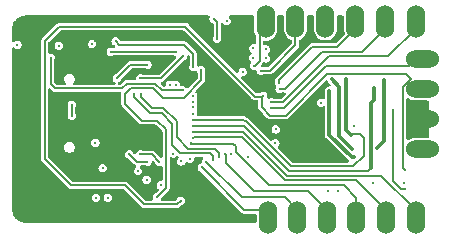
<source format=gbl>
G04 #@! TF.GenerationSoftware,KiCad,Pcbnew,8.0.2*
G04 #@! TF.CreationDate,2024-11-02T18:00:51+05:00*
G04 #@! TF.ProjectId,obsidian-boa-r0.1,6f627369-6469-4616-9e2d-626f612d7230,r0.1*
G04 #@! TF.SameCoordinates,Original*
G04 #@! TF.FileFunction,Copper,L4,Bot*
G04 #@! TF.FilePolarity,Positive*
%FSLAX46Y46*%
G04 Gerber Fmt 4.6, Leading zero omitted, Abs format (unit mm)*
G04 Created by KiCad (PCBNEW 8.0.2) date 2024-11-02 18:00:51*
%MOMM*%
%LPD*%
G01*
G04 APERTURE LIST*
G04 #@! TA.AperFunction,ComponentPad*
%ADD10C,1.524000*%
G04 #@! TD*
G04 #@! TA.AperFunction,SMDPad,CuDef*
%ADD11R,1.270000X1.524000*%
G04 #@! TD*
G04 #@! TA.AperFunction,SMDPad,CuDef*
%ADD12R,1.524000X1.270000*%
G04 #@! TD*
G04 #@! TA.AperFunction,ComponentPad*
%ADD13O,1.900000X1.000000*%
G04 #@! TD*
G04 #@! TA.AperFunction,ComponentPad*
%ADD14O,1.600000X1.000000*%
G04 #@! TD*
G04 #@! TA.AperFunction,HeatsinkPad*
%ADD15C,0.500000*%
G04 #@! TD*
G04 #@! TA.AperFunction,HeatsinkPad*
%ADD16R,0.500000X1.600000*%
G04 #@! TD*
G04 #@! TA.AperFunction,ViaPad*
%ADD17C,0.300000*%
G04 #@! TD*
G04 #@! TA.AperFunction,Conductor*
%ADD18C,0.200000*%
G04 #@! TD*
G04 #@! TA.AperFunction,Conductor*
%ADD19C,0.300000*%
G04 #@! TD*
G04 APERTURE END LIST*
D10*
X134290000Y-100000000D03*
D11*
X134925000Y-100000000D03*
D10*
X135560000Y-100000000D03*
X134290000Y-102540000D03*
D11*
X134925000Y-102540000D03*
D10*
X135560000Y-102540000D03*
X129300000Y-108991500D03*
D12*
X129300000Y-108356500D03*
D10*
X129300000Y-107721500D03*
X129200000Y-92380000D03*
D12*
X129200000Y-91745000D03*
D10*
X129200000Y-91110000D03*
X124130000Y-92380000D03*
D12*
X124130000Y-91745000D03*
D10*
X124130000Y-91110000D03*
X121600000Y-92400000D03*
D12*
X121600000Y-91765000D03*
D10*
X121600000Y-91130000D03*
X126800000Y-108970000D03*
D12*
X126800000Y-108335000D03*
D10*
X126800000Y-107700000D03*
X134300000Y-92400000D03*
D12*
X134300000Y-91765000D03*
D10*
X134300000Y-91130000D03*
X131700000Y-92400000D03*
D12*
X131700000Y-91765000D03*
D10*
X131700000Y-91130000D03*
X134300000Y-108991500D03*
D12*
X134300000Y-108356500D03*
D10*
X134300000Y-107721500D03*
X131800000Y-108991500D03*
D12*
X131800000Y-108356500D03*
D10*
X131800000Y-107721500D03*
X134290000Y-97460000D03*
D11*
X134925000Y-97460000D03*
D10*
X135560000Y-97460000D03*
X134290000Y-94920000D03*
D11*
X134925000Y-94920000D03*
D10*
X135560000Y-94920000D03*
X124300000Y-108970000D03*
D12*
X124300000Y-108335000D03*
D10*
X124300000Y-107700000D03*
X121800000Y-108970000D03*
D12*
X121800000Y-108335000D03*
D10*
X121800000Y-107700000D03*
X126670000Y-92380000D03*
D12*
X126670000Y-91745000D03*
D10*
X126670000Y-91110000D03*
D13*
X105530000Y-95180000D03*
D14*
X101350000Y-95180000D03*
D13*
X105530000Y-103820000D03*
D14*
X101350000Y-103820000D03*
D15*
X103300000Y-106950000D03*
D16*
X103300000Y-106400000D03*
D15*
X103300000Y-105850000D03*
D17*
X122900000Y-93400000D03*
X117500000Y-93200000D03*
X117200000Y-91500000D03*
X119600000Y-92800000D03*
X109900000Y-100000000D03*
X111000000Y-101100000D03*
X110000000Y-101100000D03*
X112100000Y-101200000D03*
X114300000Y-95900000D03*
X113000000Y-97000000D03*
X117700000Y-108200000D03*
X117700000Y-107400000D03*
X114900000Y-104600000D03*
X109700000Y-106800000D03*
X109000000Y-102900000D03*
X133293474Y-105413052D03*
X125400000Y-101800000D03*
X125400000Y-100800000D03*
X120800000Y-98700000D03*
X122900000Y-98100000D03*
X126300000Y-98600000D03*
X129100000Y-100600000D03*
X122463060Y-100881297D03*
X118669998Y-103000000D03*
X120135509Y-103199111D03*
X130700000Y-105400000D03*
X119669998Y-96000000D03*
X133400000Y-104300000D03*
X132400000Y-99200000D03*
X133392460Y-105945239D03*
X118300000Y-91700000D03*
X118169998Y-102950000D03*
X116600000Y-103600000D03*
X116200000Y-104100000D03*
X115280529Y-102044131D03*
X115474999Y-101581767D03*
X115470423Y-101058361D03*
X133900000Y-96600000D03*
X122100000Y-99069998D03*
X122100000Y-98569998D03*
X122791472Y-97437816D03*
X122744205Y-96919397D03*
X121200000Y-95900000D03*
X120630002Y-95500000D03*
X114425000Y-106900000D03*
X115475224Y-100558381D03*
X115474988Y-100058379D03*
X115474999Y-99558377D03*
X115474999Y-99018233D03*
X115474999Y-98518233D03*
X115474999Y-98018230D03*
X116150000Y-95865000D03*
X112400000Y-106600000D03*
X120550000Y-94800000D03*
X120550000Y-94000000D03*
X121650000Y-94100000D03*
X121604211Y-94859392D03*
X117669958Y-103185310D03*
X111025001Y-97891574D03*
X108900000Y-93400000D03*
X115500000Y-95600000D03*
X108500004Y-94300000D03*
X114000000Y-94300000D03*
X103400000Y-94800000D03*
X114600000Y-97549514D03*
X114800000Y-92200000D03*
X121398612Y-98029617D03*
X106900000Y-93650000D03*
X104100000Y-93800000D03*
X100600000Y-93700000D03*
X117149996Y-103496899D03*
X110500000Y-97850000D03*
X127700000Y-106100000D03*
X126900000Y-106100000D03*
X115202294Y-103350000D03*
X113781801Y-102918199D03*
X114453524Y-103589921D03*
X114000000Y-97100000D03*
X113500000Y-97100000D03*
X107250000Y-106650000D03*
X108250000Y-106650000D03*
X107800000Y-104150000D03*
X112730000Y-105600000D03*
X111535729Y-105133314D03*
X105200000Y-99700000D03*
X105200000Y-98799986D03*
X110800000Y-104400000D03*
X107200000Y-102000000D03*
X129109777Y-103250000D03*
X127000000Y-97600000D03*
X131644735Y-96685001D03*
X131034998Y-102444699D03*
X128411748Y-96650000D03*
X128853554Y-101346446D03*
X130800000Y-97400000D03*
X130534998Y-104134998D03*
X111005204Y-96550000D03*
X114600002Y-94700002D03*
X109000000Y-96550000D03*
X111600000Y-95400000D03*
X111600000Y-103600000D03*
X110070268Y-102977458D03*
X112600000Y-103600000D03*
X111000160Y-102970004D03*
X127190580Y-96650000D03*
X128899997Y-102500003D03*
X122430000Y-102027919D03*
D18*
X109700000Y-105600000D02*
X111300000Y-107200000D01*
X102900000Y-103400000D02*
X105100000Y-105600000D01*
X105100000Y-105600000D02*
X109700000Y-105600000D01*
X102900000Y-93400000D02*
X102900000Y-103400000D01*
X114800000Y-92200000D02*
X104100000Y-92200000D01*
X104100000Y-92200000D02*
X102900000Y-93400000D01*
X111300000Y-107200000D02*
X114125000Y-107200000D01*
X114125000Y-107200000D02*
X114425000Y-106900000D01*
X124130000Y-93770000D02*
X124130000Y-92380000D01*
X121200000Y-95900000D02*
X122000000Y-95900000D01*
X122000000Y-95900000D02*
X124130000Y-93770000D01*
X117500000Y-93200000D02*
X117500000Y-91800000D01*
X117500000Y-91800000D02*
X117200000Y-91500000D01*
X132400000Y-105252627D02*
X132400000Y-99200000D01*
X133092612Y-105945239D02*
X132400000Y-105252627D01*
X133392460Y-105945239D02*
X133092612Y-105945239D01*
X118219998Y-103000000D02*
X118169998Y-102950000D01*
X118219998Y-103719998D02*
X118219998Y-103000000D01*
X125200000Y-106100000D02*
X120600000Y-106100000D01*
X126800000Y-107700000D02*
X125200000Y-106100000D01*
X120600000Y-106100000D02*
X118219998Y-103719998D01*
X115306770Y-102070372D02*
X115280529Y-102044131D01*
X118870372Y-102070372D02*
X115306770Y-102070372D01*
X119119998Y-102319998D02*
X118870372Y-102070372D01*
X119119998Y-102819998D02*
X119119998Y-102319998D01*
X121900000Y-105600000D02*
X119119998Y-102819998D01*
X128256130Y-105600000D02*
X121900000Y-105600000D01*
X129300000Y-107721500D02*
X129300000Y-106643870D01*
X129300000Y-106643870D02*
X128256130Y-105600000D01*
X129278500Y-105200000D02*
X131800000Y-107721500D01*
X123268628Y-105200000D02*
X129278500Y-105200000D01*
X115556766Y-101500000D02*
X119568628Y-101500000D01*
X115474999Y-101581767D02*
X115556766Y-101500000D01*
X123434314Y-104800000D02*
X131378500Y-104800000D01*
X131378500Y-104800000D02*
X134300000Y-107721500D01*
X119734314Y-101100000D02*
X123434314Y-104800000D01*
X115512062Y-101100000D02*
X119734314Y-101100000D01*
X115470423Y-101058361D02*
X115512062Y-101100000D01*
X119568628Y-101500000D02*
X123268628Y-105200000D01*
X130269996Y-104400000D02*
X130534998Y-104134998D01*
X119758381Y-100558381D02*
X123600000Y-104400000D01*
X123600000Y-104400000D02*
X130269996Y-104400000D01*
X128900000Y-101300000D02*
X128853554Y-101346446D01*
X129600000Y-101300000D02*
X128900000Y-101300000D01*
X129900000Y-101600000D02*
X129600000Y-101300000D01*
X129900000Y-103100000D02*
X129900000Y-101600000D01*
X115475224Y-100558381D02*
X119758381Y-100558381D01*
X119924067Y-100158381D02*
X123765686Y-104000000D01*
X119824067Y-100158381D02*
X119924067Y-100158381D01*
X119724065Y-100058379D02*
X119824067Y-100158381D01*
X115474988Y-100058379D02*
X119724065Y-100058379D01*
X123765686Y-104000000D02*
X129000000Y-104000000D01*
X129000000Y-104000000D02*
X129900000Y-103100000D01*
X133400000Y-104300000D02*
X133228000Y-104128000D01*
X133228000Y-104128000D02*
X133228000Y-97272000D01*
X133228000Y-97272000D02*
X133900000Y-96600000D01*
D19*
X128886396Y-103250000D02*
X129109777Y-103250000D01*
X127000000Y-97600000D02*
X127000000Y-101363604D01*
X127000000Y-101363604D02*
X128886396Y-103250000D01*
X130534998Y-98634998D02*
X130534998Y-104134998D01*
X130565002Y-98634998D02*
X130534998Y-98634998D01*
X130800000Y-98400000D02*
X130565002Y-98634998D01*
X130800000Y-97400000D02*
X130800000Y-98400000D01*
X131600000Y-101879697D02*
X131034998Y-102444699D01*
X131600000Y-96729736D02*
X131600000Y-101879697D01*
X131644735Y-96685001D02*
X131600000Y-96729736D01*
X127800000Y-101400006D02*
X128899997Y-102500003D01*
X127800000Y-97259420D02*
X127800000Y-101400006D01*
X127190580Y-96650000D02*
X127800000Y-97259420D01*
X128411748Y-100904640D02*
X128853554Y-101346446D01*
X128411748Y-96650000D02*
X128411748Y-100904640D01*
D18*
X117669958Y-102877634D02*
X117669958Y-103185310D01*
X117292324Y-102500000D02*
X117669958Y-102877634D01*
X115062914Y-102500000D02*
X117292324Y-102500000D01*
X114100000Y-101537086D02*
X115062914Y-102500000D01*
X114100000Y-100200000D02*
X114100000Y-101537086D01*
X111950000Y-99050000D02*
X112950000Y-99050000D01*
X111025001Y-98125001D02*
X111950000Y-99050000D01*
X111025001Y-97891574D02*
X111025001Y-98125001D01*
X112950000Y-99050000D02*
X114100000Y-100200000D01*
X119638000Y-106638000D02*
X123238000Y-106638000D01*
X116600000Y-103600000D02*
X119638000Y-106638000D01*
X123238000Y-106638000D02*
X124300000Y-107700000D01*
X117149996Y-103149996D02*
X117149996Y-103496899D01*
X116900000Y-102900000D02*
X117149996Y-103149996D01*
X114400000Y-102900000D02*
X116900000Y-102900000D01*
X112800000Y-99500000D02*
X113700000Y-100400000D01*
X111834314Y-99500000D02*
X112800000Y-99500000D01*
X110500000Y-98165686D02*
X111834314Y-99500000D01*
X113700000Y-100400000D02*
X113700000Y-102200000D01*
X110500000Y-97850000D02*
X110500000Y-98165686D01*
X113700000Y-102200000D02*
X114400000Y-102900000D01*
X116200000Y-104100000D02*
X119800000Y-107700000D01*
X119800000Y-107700000D02*
X121800000Y-107700000D01*
X126400000Y-94300000D02*
X123262184Y-97437816D01*
X123262184Y-97437816D02*
X122791472Y-97437816D01*
X129800000Y-94300000D02*
X126400000Y-94300000D01*
X131700000Y-92400000D02*
X129800000Y-94300000D01*
X122744205Y-96687596D02*
X122744205Y-96919397D01*
X127680000Y-93900000D02*
X125531801Y-93900000D01*
X129200000Y-92380000D02*
X127680000Y-93900000D01*
X125531801Y-93900000D02*
X122744205Y-96687596D01*
X126734315Y-95500000D02*
X133710000Y-95500000D01*
X123164317Y-99069998D02*
X126734315Y-95500000D01*
X122100000Y-99069998D02*
X123164317Y-99069998D01*
X133710000Y-95500000D02*
X134290000Y-94920000D01*
X132000000Y-94700000D02*
X134300000Y-92400000D01*
X126968629Y-94700000D02*
X132000000Y-94700000D01*
X123098631Y-98569998D02*
X126968629Y-94700000D01*
X122100000Y-98569998D02*
X123098631Y-98569998D01*
X120630002Y-95500000D02*
X120700000Y-95500000D01*
X121100000Y-95100000D02*
X121100000Y-92900000D01*
X120700000Y-95500000D02*
X121100000Y-95100000D01*
X121100000Y-92900000D02*
X121600000Y-92400000D01*
X103400000Y-97000000D02*
X103400000Y-94800000D01*
X112265686Y-97000000D02*
X109834315Y-97000000D01*
X103800000Y-97400000D02*
X103400000Y-97000000D01*
X112815200Y-97549514D02*
X112265686Y-97000000D01*
X114600000Y-97549514D02*
X112815200Y-97549514D01*
X109434315Y-97400000D02*
X103800000Y-97400000D01*
X109834315Y-97000000D02*
X109434315Y-97400000D01*
X116150000Y-96706832D02*
X116150000Y-95865000D01*
X112900000Y-98200000D02*
X114656832Y-98200000D01*
X114656832Y-98200000D02*
X116150000Y-96706832D01*
X109700000Y-98700000D02*
X109700000Y-97900000D01*
X112450000Y-100150000D02*
X111150000Y-100150000D01*
X113180000Y-100880000D02*
X112450000Y-100150000D01*
X111150000Y-100150000D02*
X109700000Y-98700000D01*
X109700000Y-97900000D02*
X110200000Y-97400000D01*
X112100000Y-97400000D02*
X112900000Y-98200000D01*
X113180000Y-105820000D02*
X113180000Y-100880000D01*
X112400000Y-106600000D02*
X113180000Y-105820000D01*
X110200000Y-97400000D02*
X112100000Y-97400000D01*
X112750004Y-96550000D02*
X111005204Y-96550000D01*
X114600002Y-94700002D02*
X112750004Y-96550000D01*
X114700000Y-93700000D02*
X109200000Y-93700000D01*
X115500000Y-95600000D02*
X115500000Y-94500000D01*
X115500000Y-94500000D02*
X114700000Y-93700000D01*
X109200000Y-93700000D02*
X108900000Y-93400000D01*
X114000000Y-94300000D02*
X108500004Y-94300000D01*
X110150000Y-95400000D02*
X109000000Y-96550000D01*
X111600000Y-95400000D02*
X110150000Y-95400000D01*
X105200000Y-99700000D02*
X105200000Y-98799986D01*
X110692810Y-103600000D02*
X110070268Y-102977458D01*
X111600000Y-103600000D02*
X110692810Y-103600000D01*
X111970004Y-102970004D02*
X111000160Y-102970004D01*
X112600000Y-103600000D02*
X111970004Y-102970004D01*
X121398612Y-98029617D02*
X121328229Y-98100000D01*
X120700000Y-98100000D02*
X114800000Y-92200000D01*
X121300000Y-98128229D02*
X121398612Y-98029617D01*
X121328229Y-98100000D02*
X120700000Y-98100000D01*
X121300000Y-99000000D02*
X121300000Y-98128229D01*
X126800000Y-96200000D02*
X123300000Y-99700000D01*
X133500000Y-96200000D02*
X126800000Y-96200000D01*
X133900000Y-96600000D02*
X133500000Y-96200000D01*
X123300000Y-99700000D02*
X122000000Y-99700000D01*
X122000000Y-99700000D02*
X121300000Y-99000000D01*
G04 #@! TA.AperFunction,Conductor*
G36*
X116811777Y-91247185D02*
G01*
X116857532Y-91299989D01*
X116867476Y-91369147D01*
X116862669Y-91389820D01*
X116862498Y-91390345D01*
X116845131Y-91499997D01*
X116845131Y-91500002D01*
X116862498Y-91609658D01*
X116912904Y-91708585D01*
X116912909Y-91708592D01*
X116991407Y-91787090D01*
X116991410Y-91787092D01*
X116991413Y-91787095D01*
X117090339Y-91837500D01*
X117090340Y-91837500D01*
X117094900Y-91838982D01*
X117144260Y-91869231D01*
X117163181Y-91888152D01*
X117196666Y-91949475D01*
X117199500Y-91975833D01*
X117199500Y-92987951D01*
X117185985Y-93044245D01*
X117162499Y-93090338D01*
X117145131Y-93199997D01*
X117145131Y-93200002D01*
X117162498Y-93309658D01*
X117212904Y-93408585D01*
X117212909Y-93408592D01*
X117291407Y-93487090D01*
X117291410Y-93487092D01*
X117291413Y-93487095D01*
X117364768Y-93524471D01*
X117390341Y-93537501D01*
X117499998Y-93554869D01*
X117500000Y-93554869D01*
X117500002Y-93554869D01*
X117609658Y-93537501D01*
X117609659Y-93537500D01*
X117609661Y-93537500D01*
X117708587Y-93487095D01*
X117787095Y-93408587D01*
X117837500Y-93309661D01*
X117837500Y-93309659D01*
X117837501Y-93309658D01*
X117854869Y-93200002D01*
X117854869Y-93199997D01*
X117837500Y-93090338D01*
X117814015Y-93044245D01*
X117800500Y-92987951D01*
X117800500Y-91995545D01*
X117820185Y-91928506D01*
X117872989Y-91882751D01*
X117942147Y-91872807D01*
X118005703Y-91901832D01*
X118012181Y-91907864D01*
X118091407Y-91987090D01*
X118091410Y-91987092D01*
X118091413Y-91987095D01*
X118190339Y-92037500D01*
X118190341Y-92037501D01*
X118299998Y-92054869D01*
X118300000Y-92054869D01*
X118300002Y-92054869D01*
X118409658Y-92037501D01*
X118409659Y-92037500D01*
X118409661Y-92037500D01*
X118508587Y-91987095D01*
X118587095Y-91908587D01*
X118637500Y-91809661D01*
X118637500Y-91809659D01*
X118637501Y-91809658D01*
X118654869Y-91700002D01*
X118654869Y-91699997D01*
X118637501Y-91590341D01*
X118591470Y-91500000D01*
X118587095Y-91491413D01*
X118587092Y-91491410D01*
X118587090Y-91491407D01*
X118534864Y-91439181D01*
X118501379Y-91377858D01*
X118506363Y-91308166D01*
X118548235Y-91252233D01*
X118613699Y-91227816D01*
X118622545Y-91227500D01*
X120513500Y-91227500D01*
X120580539Y-91247185D01*
X120626294Y-91299989D01*
X120637500Y-91351500D01*
X120637500Y-92346624D01*
X120636903Y-92358778D01*
X120632843Y-92399999D01*
X120651426Y-92588681D01*
X120696217Y-92736340D01*
X120704833Y-92764743D01*
X120706464Y-92770118D01*
X120735477Y-92824396D01*
X120784858Y-92916783D01*
X120799500Y-92975234D01*
X120799500Y-93539462D01*
X120779815Y-93606501D01*
X120727011Y-93652256D01*
X120657853Y-93662200D01*
X120656103Y-93661935D01*
X120550003Y-93645131D01*
X120549998Y-93645131D01*
X120440341Y-93662498D01*
X120341414Y-93712904D01*
X120341407Y-93712909D01*
X120262909Y-93791407D01*
X120262904Y-93791414D01*
X120212498Y-93890341D01*
X120195131Y-93999997D01*
X120195131Y-94000002D01*
X120212498Y-94109658D01*
X120262904Y-94208585D01*
X120262909Y-94208592D01*
X120341407Y-94287090D01*
X120341411Y-94287093D01*
X120341413Y-94287095D01*
X120341415Y-94287096D01*
X120346166Y-94289517D01*
X120396960Y-94337492D01*
X120413754Y-94405314D01*
X120391215Y-94471448D01*
X120346166Y-94510483D01*
X120341415Y-94512903D01*
X120341407Y-94512909D01*
X120262909Y-94591407D01*
X120262904Y-94591414D01*
X120212498Y-94690341D01*
X120195131Y-94799997D01*
X120195131Y-94800002D01*
X120212498Y-94909658D01*
X120262904Y-95008585D01*
X120262909Y-95008592D01*
X120341409Y-95087092D01*
X120343157Y-95088362D01*
X120344767Y-95090450D01*
X120348313Y-95093996D01*
X120347854Y-95094454D01*
X120385824Y-95143691D01*
X120391805Y-95213305D01*
X120359200Y-95275100D01*
X120357957Y-95276361D01*
X120342912Y-95291406D01*
X120342906Y-95291414D01*
X120292500Y-95390341D01*
X120275133Y-95499997D01*
X120275133Y-95500002D01*
X120292500Y-95609658D01*
X120342906Y-95708585D01*
X120342911Y-95708592D01*
X120421409Y-95787090D01*
X120421412Y-95787092D01*
X120421415Y-95787095D01*
X120473307Y-95813535D01*
X120520343Y-95837501D01*
X120630000Y-95854869D01*
X120630002Y-95854869D01*
X120630003Y-95854869D01*
X120710418Y-95842132D01*
X120779712Y-95851086D01*
X120833164Y-95896082D01*
X120852290Y-95945206D01*
X120862498Y-96009658D01*
X120912904Y-96108585D01*
X120912909Y-96108592D01*
X120991407Y-96187090D01*
X120991410Y-96187092D01*
X120991413Y-96187095D01*
X121042610Y-96213181D01*
X121090341Y-96237501D01*
X121199998Y-96254869D01*
X121200000Y-96254869D01*
X121200002Y-96254869D01*
X121309657Y-96237501D01*
X121309658Y-96237500D01*
X121309661Y-96237500D01*
X121355755Y-96214013D01*
X121412048Y-96200500D01*
X122039560Y-96200500D01*
X122039562Y-96200500D01*
X122115989Y-96180021D01*
X122184511Y-96140460D01*
X122240460Y-96084511D01*
X124370460Y-93954511D01*
X124371423Y-93952843D01*
X124410021Y-93885989D01*
X124430500Y-93809562D01*
X124430500Y-93385070D01*
X124450185Y-93318031D01*
X124496047Y-93275712D01*
X124653758Y-93191413D01*
X124667324Y-93184162D01*
X124813883Y-93063883D01*
X124934162Y-92917324D01*
X125023537Y-92750115D01*
X125078573Y-92568683D01*
X125097157Y-92380000D01*
X125093097Y-92338778D01*
X125092500Y-92326624D01*
X125092500Y-91351500D01*
X125112185Y-91284461D01*
X125164989Y-91238706D01*
X125216500Y-91227500D01*
X125583500Y-91227500D01*
X125650539Y-91247185D01*
X125696294Y-91299989D01*
X125707500Y-91351500D01*
X125707500Y-92326624D01*
X125706903Y-92338778D01*
X125702843Y-92379999D01*
X125721426Y-92568681D01*
X125721427Y-92568683D01*
X125776463Y-92750115D01*
X125776464Y-92750118D01*
X125776465Y-92750119D01*
X125776466Y-92750122D01*
X125865834Y-92917318D01*
X125865838Y-92917325D01*
X125986116Y-93063883D01*
X126132674Y-93184161D01*
X126132681Y-93184165D01*
X126299877Y-93273533D01*
X126299878Y-93273533D01*
X126299885Y-93273537D01*
X126481317Y-93328573D01*
X126481316Y-93328573D01*
X126498233Y-93330239D01*
X126670000Y-93347157D01*
X126858683Y-93328573D01*
X127040115Y-93273537D01*
X127207324Y-93184162D01*
X127353883Y-93063883D01*
X127474162Y-92917324D01*
X127563537Y-92750115D01*
X127618573Y-92568683D01*
X127637157Y-92380000D01*
X127633097Y-92338778D01*
X127632500Y-92326624D01*
X127632500Y-91351500D01*
X127652185Y-91284461D01*
X127704989Y-91238706D01*
X127756500Y-91227500D01*
X128113500Y-91227500D01*
X128180539Y-91247185D01*
X128226294Y-91299989D01*
X128237500Y-91351500D01*
X128237500Y-92326624D01*
X128236903Y-92338778D01*
X128232843Y-92379999D01*
X128251426Y-92568681D01*
X128307802Y-92754529D01*
X128308425Y-92824396D01*
X128276822Y-92878205D01*
X127591848Y-93563181D01*
X127530525Y-93596666D01*
X127504167Y-93599500D01*
X125492239Y-93599500D01*
X125424840Y-93617559D01*
X125415808Y-93619980D01*
X125363815Y-93649999D01*
X125347293Y-93659537D01*
X125347288Y-93659541D01*
X122503746Y-96503083D01*
X122503740Y-96503091D01*
X122464187Y-96571600D01*
X122464184Y-96571605D01*
X122457102Y-96598037D01*
X122445283Y-96642147D01*
X122443705Y-96648035D01*
X122443705Y-96707348D01*
X122430190Y-96763642D01*
X122406704Y-96809735D01*
X122389336Y-96919394D01*
X122389336Y-96919399D01*
X122406703Y-97029055D01*
X122457109Y-97127982D01*
X122457114Y-97127989D01*
X122458892Y-97129767D01*
X122460363Y-97132461D01*
X122462849Y-97135883D01*
X122462406Y-97136204D01*
X122492377Y-97191090D01*
X122487393Y-97260782D01*
X122481697Y-97273741D01*
X122453970Y-97328158D01*
X122436603Y-97437813D01*
X122436603Y-97437818D01*
X122453970Y-97547474D01*
X122504376Y-97646401D01*
X122504381Y-97646408D01*
X122582879Y-97724906D01*
X122582882Y-97724908D01*
X122582885Y-97724911D01*
X122657995Y-97763181D01*
X122681813Y-97775317D01*
X122791470Y-97792685D01*
X122791472Y-97792685D01*
X122791474Y-97792685D01*
X122901129Y-97775317D01*
X122901130Y-97775316D01*
X122901133Y-97775316D01*
X122947227Y-97751829D01*
X123003520Y-97738316D01*
X123205980Y-97738316D01*
X123273019Y-97758001D01*
X123318774Y-97810805D01*
X123328718Y-97879963D01*
X123299693Y-97943519D01*
X123293661Y-97949997D01*
X123010479Y-98233179D01*
X122949156Y-98266664D01*
X122922798Y-98269498D01*
X122312048Y-98269498D01*
X122255755Y-98255984D01*
X122246966Y-98251506D01*
X122209661Y-98232498D01*
X122209660Y-98232497D01*
X122209657Y-98232496D01*
X122100002Y-98215129D01*
X122099998Y-98215129D01*
X121990341Y-98232496D01*
X121914572Y-98271103D01*
X121845903Y-98283999D01*
X121781163Y-98257722D01*
X121740906Y-98200616D01*
X121735805Y-98141220D01*
X121753481Y-98029619D01*
X121753481Y-98029614D01*
X121736113Y-97919958D01*
X121719327Y-97887014D01*
X121685707Y-97821030D01*
X121685704Y-97821027D01*
X121685702Y-97821024D01*
X121607204Y-97742526D01*
X121607200Y-97742523D01*
X121607199Y-97742522D01*
X121584851Y-97731135D01*
X121508270Y-97692115D01*
X121398614Y-97674748D01*
X121398610Y-97674748D01*
X121288953Y-97692115D01*
X121190026Y-97742521D01*
X121190019Y-97742526D01*
X121169365Y-97763181D01*
X121108042Y-97796666D01*
X121081684Y-97799500D01*
X120875833Y-97799500D01*
X120808794Y-97779815D01*
X120788152Y-97763181D01*
X119591521Y-96566550D01*
X119558036Y-96505227D01*
X119563020Y-96435535D01*
X119604892Y-96379602D01*
X119660735Y-96358773D01*
X119660359Y-96356396D01*
X119779656Y-96337501D01*
X119779657Y-96337500D01*
X119779659Y-96337500D01*
X119878585Y-96287095D01*
X119957093Y-96208587D01*
X120007498Y-96109661D01*
X120007498Y-96109659D01*
X120007499Y-96109658D01*
X120024867Y-96000002D01*
X120024867Y-95999997D01*
X120007499Y-95890341D01*
X119980575Y-95837500D01*
X119957093Y-95791413D01*
X119957090Y-95791410D01*
X119957088Y-95791407D01*
X119878590Y-95712909D01*
X119878586Y-95712906D01*
X119878585Y-95712905D01*
X119870110Y-95708587D01*
X119779656Y-95662498D01*
X119670000Y-95645131D01*
X119669996Y-95645131D01*
X119560339Y-95662498D01*
X119461412Y-95712904D01*
X119461405Y-95712909D01*
X119382907Y-95791407D01*
X119382902Y-95791414D01*
X119332496Y-95890341D01*
X119313602Y-96009639D01*
X119309774Y-96009032D01*
X119295444Y-96057835D01*
X119242640Y-96103590D01*
X119173482Y-96113534D01*
X119109926Y-96084509D01*
X119103448Y-96078477D01*
X115169231Y-92144260D01*
X115138982Y-92094900D01*
X115137500Y-92090340D01*
X115137500Y-92090339D01*
X115087095Y-91991413D01*
X115087092Y-91991410D01*
X115087090Y-91991407D01*
X115008592Y-91912909D01*
X115008588Y-91912906D01*
X115008587Y-91912905D01*
X115000112Y-91908587D01*
X114909658Y-91862498D01*
X114800002Y-91845131D01*
X114799998Y-91845131D01*
X114690342Y-91862498D01*
X114644245Y-91885986D01*
X114587952Y-91899500D01*
X104060438Y-91899500D01*
X104029224Y-91907864D01*
X103984009Y-91919979D01*
X103984008Y-91919980D01*
X103915688Y-91959424D01*
X103915532Y-91959515D01*
X103915489Y-91959540D01*
X103915487Y-91959541D01*
X103915483Y-91959544D01*
X102715489Y-93159540D01*
X102659541Y-93215487D01*
X102659535Y-93215495D01*
X102619982Y-93284004D01*
X102619979Y-93284009D01*
X102609083Y-93324674D01*
X102599500Y-93360438D01*
X102599500Y-103439562D01*
X102612431Y-103487819D01*
X102619979Y-103515990D01*
X102619980Y-103515991D01*
X102628689Y-103531075D01*
X102633945Y-103540179D01*
X102659540Y-103584511D01*
X104859540Y-105784511D01*
X104915489Y-105840460D01*
X104915491Y-105840461D01*
X104915495Y-105840464D01*
X104961170Y-105866834D01*
X104984011Y-105880021D01*
X105060438Y-105900500D01*
X109524167Y-105900500D01*
X109591206Y-105920185D01*
X109611848Y-105936819D01*
X111115489Y-107440460D01*
X111174829Y-107474720D01*
X111184008Y-107480020D01*
X111184012Y-107480022D01*
X111260438Y-107500500D01*
X111260440Y-107500500D01*
X114164560Y-107500500D01*
X114164562Y-107500500D01*
X114240989Y-107480021D01*
X114309511Y-107440460D01*
X114365460Y-107384511D01*
X114480742Y-107269228D01*
X114530107Y-107238979D01*
X114534656Y-107237500D01*
X114534661Y-107237500D01*
X114633587Y-107187095D01*
X114712095Y-107108587D01*
X114762500Y-107009661D01*
X114762500Y-107009659D01*
X114762501Y-107009658D01*
X114779869Y-106900002D01*
X114779869Y-106899997D01*
X114762501Y-106790341D01*
X114762500Y-106790339D01*
X114712095Y-106691413D01*
X114712092Y-106691410D01*
X114712090Y-106691407D01*
X114633592Y-106612909D01*
X114633588Y-106612906D01*
X114633587Y-106612905D01*
X114608263Y-106600002D01*
X114534658Y-106562498D01*
X114425002Y-106545131D01*
X114424998Y-106545131D01*
X114315341Y-106562498D01*
X114216414Y-106612904D01*
X114216407Y-106612909D01*
X114137909Y-106691407D01*
X114137906Y-106691412D01*
X114137905Y-106691413D01*
X114111142Y-106743938D01*
X114087496Y-106790346D01*
X114086016Y-106794902D01*
X114055774Y-106844253D01*
X114036852Y-106863177D01*
X113975530Y-106896665D01*
X113949166Y-106899500D01*
X112843121Y-106899500D01*
X112776082Y-106879815D01*
X112730327Y-106827011D01*
X112720383Y-106757853D01*
X112732635Y-106719207D01*
X112737500Y-106709661D01*
X112737501Y-106709652D01*
X112738980Y-106705103D01*
X112769229Y-106655740D01*
X113420460Y-106004511D01*
X113460022Y-105935988D01*
X113480500Y-105859562D01*
X113480500Y-105780438D01*
X113480500Y-103360402D01*
X113500185Y-103293363D01*
X113552989Y-103247608D01*
X113622147Y-103237664D01*
X113660794Y-103249918D01*
X113665707Y-103252421D01*
X113672142Y-103255700D01*
X113781799Y-103273068D01*
X113781801Y-103273068D01*
X113781803Y-103273068D01*
X113891459Y-103255700D01*
X113891460Y-103255699D01*
X113891462Y-103255699D01*
X113990388Y-103205294D01*
X114047913Y-103147768D01*
X114109232Y-103114285D01*
X114178924Y-103119269D01*
X114211116Y-103137104D01*
X114211883Y-103137693D01*
X114253064Y-103194136D01*
X114257192Y-103263884D01*
X114224041Y-103323721D01*
X114166430Y-103381331D01*
X114166428Y-103381335D01*
X114116022Y-103480262D01*
X114098655Y-103589918D01*
X114098655Y-103589923D01*
X114116022Y-103699579D01*
X114166428Y-103798506D01*
X114166433Y-103798513D01*
X114244931Y-103877011D01*
X114244934Y-103877013D01*
X114244937Y-103877016D01*
X114317550Y-103914014D01*
X114343865Y-103927422D01*
X114453522Y-103944790D01*
X114453524Y-103944790D01*
X114453526Y-103944790D01*
X114563182Y-103927422D01*
X114563183Y-103927421D01*
X114563185Y-103927421D01*
X114662111Y-103877016D01*
X114740619Y-103798508D01*
X114791024Y-103699582D01*
X114791024Y-103699580D01*
X114793525Y-103691885D01*
X114832964Y-103634210D01*
X114897323Y-103607014D01*
X114966169Y-103618930D01*
X114985028Y-103632428D01*
X114985808Y-103631356D01*
X114993704Y-103637092D01*
X114993707Y-103637095D01*
X115044904Y-103663181D01*
X115092635Y-103687501D01*
X115202292Y-103704869D01*
X115202294Y-103704869D01*
X115202296Y-103704869D01*
X115311952Y-103687501D01*
X115311953Y-103687500D01*
X115311955Y-103687500D01*
X115410881Y-103637095D01*
X115489389Y-103558587D01*
X115539794Y-103459661D01*
X115539794Y-103459659D01*
X115539795Y-103459658D01*
X115557163Y-103350002D01*
X115557163Y-103350000D01*
X115556196Y-103343895D01*
X115565152Y-103274604D01*
X115610149Y-103221152D01*
X115676900Y-103200513D01*
X115678670Y-103200500D01*
X116208248Y-103200500D01*
X116275287Y-103220185D01*
X116321042Y-103272989D01*
X116330986Y-103342147D01*
X116315003Y-103381528D01*
X116317336Y-103382717D01*
X116262498Y-103490341D01*
X116245839Y-103595527D01*
X116245131Y-103600000D01*
X116246170Y-103606560D01*
X116247053Y-103612133D01*
X116238097Y-103681427D01*
X116193100Y-103734878D01*
X116143979Y-103754003D01*
X116090341Y-103762499D01*
X115991414Y-103812904D01*
X115991407Y-103812909D01*
X115912909Y-103891407D01*
X115912904Y-103891414D01*
X115862498Y-103990341D01*
X115845131Y-104099997D01*
X115845131Y-104100002D01*
X115862498Y-104209658D01*
X115912904Y-104308585D01*
X115912909Y-104308592D01*
X115991407Y-104387090D01*
X115991410Y-104387092D01*
X115991413Y-104387095D01*
X116090339Y-104437500D01*
X116090340Y-104437500D01*
X116094900Y-104438982D01*
X116144260Y-104469231D01*
X119559540Y-107884511D01*
X119615489Y-107940460D01*
X119615491Y-107940461D01*
X119615495Y-107940464D01*
X119684004Y-107980017D01*
X119684011Y-107980021D01*
X119760438Y-108000500D01*
X120713500Y-108000500D01*
X120780539Y-108020185D01*
X120826294Y-108072989D01*
X120837500Y-108124500D01*
X120837500Y-108648500D01*
X120817815Y-108715539D01*
X120765011Y-108761294D01*
X120713500Y-108772500D01*
X101304875Y-108772500D01*
X101295146Y-108772118D01*
X101126308Y-108758830D01*
X101107090Y-108755786D01*
X100947167Y-108717392D01*
X100928661Y-108711379D01*
X100776710Y-108648438D01*
X100759376Y-108639606D01*
X100619133Y-108553665D01*
X100603403Y-108542236D01*
X100478338Y-108435421D01*
X100464578Y-108421661D01*
X100401814Y-108348173D01*
X100357760Y-108296592D01*
X100346336Y-108280869D01*
X100260390Y-108140618D01*
X100251561Y-108123289D01*
X100230726Y-108072989D01*
X100188617Y-107971331D01*
X100182609Y-107952839D01*
X100144212Y-107792904D01*
X100141169Y-107773690D01*
X100127882Y-107604852D01*
X100127500Y-107595124D01*
X100127500Y-106649997D01*
X106895131Y-106649997D01*
X106895131Y-106650002D01*
X106912498Y-106759658D01*
X106962904Y-106858585D01*
X106962909Y-106858592D01*
X107041407Y-106937090D01*
X107041410Y-106937092D01*
X107041413Y-106937095D01*
X107115451Y-106974819D01*
X107140341Y-106987501D01*
X107249998Y-107004869D01*
X107250000Y-107004869D01*
X107250002Y-107004869D01*
X107359658Y-106987501D01*
X107359659Y-106987500D01*
X107359661Y-106987500D01*
X107458587Y-106937095D01*
X107537095Y-106858587D01*
X107587500Y-106759661D01*
X107587500Y-106759659D01*
X107587501Y-106759658D01*
X107604869Y-106650002D01*
X107604869Y-106649997D01*
X107895131Y-106649997D01*
X107895131Y-106650002D01*
X107912498Y-106759658D01*
X107962904Y-106858585D01*
X107962909Y-106858592D01*
X108041407Y-106937090D01*
X108041410Y-106937092D01*
X108041413Y-106937095D01*
X108115451Y-106974819D01*
X108140341Y-106987501D01*
X108249998Y-107004869D01*
X108250000Y-107004869D01*
X108250002Y-107004869D01*
X108359658Y-106987501D01*
X108359659Y-106987500D01*
X108359661Y-106987500D01*
X108458587Y-106937095D01*
X108537095Y-106858587D01*
X108587500Y-106759661D01*
X108587500Y-106759659D01*
X108587501Y-106759658D01*
X108604869Y-106650002D01*
X108604869Y-106649997D01*
X108587501Y-106540341D01*
X108557350Y-106481166D01*
X108537095Y-106441413D01*
X108537092Y-106441410D01*
X108537090Y-106441407D01*
X108458592Y-106362909D01*
X108458588Y-106362906D01*
X108458587Y-106362905D01*
X108408727Y-106337500D01*
X108359658Y-106312498D01*
X108250002Y-106295131D01*
X108249998Y-106295131D01*
X108140341Y-106312498D01*
X108041414Y-106362904D01*
X108041407Y-106362909D01*
X107962909Y-106441407D01*
X107962904Y-106441414D01*
X107912498Y-106540341D01*
X107895131Y-106649997D01*
X107604869Y-106649997D01*
X107587501Y-106540341D01*
X107557350Y-106481166D01*
X107537095Y-106441413D01*
X107537092Y-106441410D01*
X107537090Y-106441407D01*
X107458592Y-106362909D01*
X107458588Y-106362906D01*
X107458587Y-106362905D01*
X107408727Y-106337500D01*
X107359658Y-106312498D01*
X107250002Y-106295131D01*
X107249998Y-106295131D01*
X107140341Y-106312498D01*
X107041414Y-106362904D01*
X107041407Y-106362909D01*
X106962909Y-106441407D01*
X106962904Y-106441414D01*
X106912498Y-106540341D01*
X106895131Y-106649997D01*
X100127500Y-106649997D01*
X100127500Y-94022545D01*
X100147185Y-93955506D01*
X100199989Y-93909751D01*
X100269147Y-93899807D01*
X100332703Y-93928832D01*
X100339181Y-93934864D01*
X100391407Y-93987090D01*
X100391410Y-93987092D01*
X100391413Y-93987095D01*
X100490339Y-94037500D01*
X100490341Y-94037501D01*
X100599998Y-94054869D01*
X100600000Y-94054869D01*
X100600002Y-94054869D01*
X100709658Y-94037501D01*
X100709659Y-94037500D01*
X100709661Y-94037500D01*
X100808587Y-93987095D01*
X100887095Y-93908587D01*
X100937500Y-93809661D01*
X100937500Y-93809659D01*
X100937501Y-93809658D01*
X100954869Y-93700002D01*
X100954869Y-93699997D01*
X100937501Y-93590341D01*
X100910577Y-93537500D01*
X100887095Y-93491413D01*
X100887092Y-93491410D01*
X100887090Y-93491407D01*
X100808592Y-93412909D01*
X100808588Y-93412906D01*
X100808587Y-93412905D01*
X100800112Y-93408587D01*
X100709658Y-93362498D01*
X100600002Y-93345131D01*
X100599998Y-93345131D01*
X100490341Y-93362498D01*
X100391414Y-93412904D01*
X100391407Y-93412909D01*
X100339181Y-93465136D01*
X100277858Y-93498621D01*
X100208166Y-93493637D01*
X100152233Y-93451765D01*
X100127816Y-93386301D01*
X100127500Y-93377455D01*
X100127500Y-92404875D01*
X100127882Y-92395147D01*
X100133275Y-92326624D01*
X100141169Y-92226303D01*
X100144211Y-92207097D01*
X100182610Y-92047156D01*
X100188616Y-92028671D01*
X100251562Y-91876707D01*
X100260387Y-91859386D01*
X100346340Y-91719124D01*
X100357755Y-91703413D01*
X100464584Y-91578331D01*
X100478331Y-91564584D01*
X100603413Y-91457755D01*
X100619124Y-91446340D01*
X100759386Y-91360387D01*
X100776707Y-91351562D01*
X100928671Y-91288616D01*
X100947156Y-91282610D01*
X101107097Y-91244211D01*
X101126303Y-91241169D01*
X101276938Y-91229315D01*
X101295147Y-91227882D01*
X101304875Y-91227500D01*
X101329101Y-91227500D01*
X116744738Y-91227500D01*
X116811777Y-91247185D01*
G37*
G04 #@! TD.AperFunction*
G04 #@! TA.AperFunction,Conductor*
G36*
X103405703Y-97431120D02*
G01*
X103412181Y-97437152D01*
X103559540Y-97584511D01*
X103615489Y-97640460D01*
X103615491Y-97640461D01*
X103615495Y-97640464D01*
X103684004Y-97680017D01*
X103684011Y-97680021D01*
X103760438Y-97700500D01*
X103760440Y-97700500D01*
X109280755Y-97700500D01*
X109347794Y-97720185D01*
X109393549Y-97772989D01*
X109403493Y-97842147D01*
X109400531Y-97856590D01*
X109399500Y-97860438D01*
X109399500Y-98739562D01*
X109413152Y-98790513D01*
X109419979Y-98815990D01*
X109445107Y-98859511D01*
X109445108Y-98859515D01*
X109445109Y-98859515D01*
X109459540Y-98884511D01*
X110965489Y-100390460D01*
X111034012Y-100430022D01*
X111110438Y-100450500D01*
X111189562Y-100450500D01*
X112274167Y-100450500D01*
X112341206Y-100470185D01*
X112361848Y-100486819D01*
X112843181Y-100968152D01*
X112876666Y-101029475D01*
X112879500Y-101055833D01*
X112879500Y-103147012D01*
X112859815Y-103214051D01*
X112807011Y-103259806D01*
X112737853Y-103269750D01*
X112717182Y-103264943D01*
X112705102Y-103261018D01*
X112655739Y-103230768D01*
X112154516Y-102729545D01*
X112154511Y-102729541D01*
X112137250Y-102719576D01*
X112137249Y-102719575D01*
X112137248Y-102719575D01*
X112106852Y-102702026D01*
X112085994Y-102689983D01*
X112059179Y-102682798D01*
X112009566Y-102669504D01*
X112009564Y-102669504D01*
X111212208Y-102669504D01*
X111155915Y-102655990D01*
X111125912Y-102640703D01*
X111109821Y-102632504D01*
X111109820Y-102632503D01*
X111109817Y-102632502D01*
X111000162Y-102615135D01*
X111000158Y-102615135D01*
X110890501Y-102632502D01*
X110791574Y-102682908D01*
X110791567Y-102682913D01*
X110713069Y-102761411D01*
X110713064Y-102761418D01*
X110662659Y-102860344D01*
X110661825Y-102865612D01*
X110631893Y-102928745D01*
X110572580Y-102965674D01*
X110502717Y-102964674D01*
X110451671Y-102933890D01*
X110439499Y-102921718D01*
X110409250Y-102872358D01*
X110407768Y-102867798D01*
X110407768Y-102867797D01*
X110357363Y-102768871D01*
X110357360Y-102768868D01*
X110357358Y-102768865D01*
X110278860Y-102690367D01*
X110278856Y-102690364D01*
X110278855Y-102690363D01*
X110264571Y-102683085D01*
X110179926Y-102639956D01*
X110070270Y-102622589D01*
X110070266Y-102622589D01*
X109960609Y-102639956D01*
X109861682Y-102690362D01*
X109861675Y-102690367D01*
X109783177Y-102768865D01*
X109783172Y-102768872D01*
X109732766Y-102867799D01*
X109715399Y-102977455D01*
X109715399Y-102977460D01*
X109732766Y-103087116D01*
X109783172Y-103186043D01*
X109783177Y-103186050D01*
X109861675Y-103264548D01*
X109861678Y-103264550D01*
X109861681Y-103264553D01*
X109960607Y-103314958D01*
X109960608Y-103314958D01*
X109965168Y-103316440D01*
X110014528Y-103346689D01*
X110452350Y-103784511D01*
X110508299Y-103840460D01*
X110508301Y-103840461D01*
X110508305Y-103840464D01*
X110571616Y-103877016D01*
X110576821Y-103880021D01*
X110576828Y-103880023D01*
X110584328Y-103883130D01*
X110583511Y-103885100D01*
X110633549Y-103915590D01*
X110664086Y-103978432D01*
X110655801Y-104047809D01*
X110611323Y-104101693D01*
X110598106Y-104109494D01*
X110591416Y-104112902D01*
X110591407Y-104112909D01*
X110512909Y-104191407D01*
X110512904Y-104191414D01*
X110462498Y-104290341D01*
X110445131Y-104399997D01*
X110445131Y-104400002D01*
X110462498Y-104509658D01*
X110512904Y-104608585D01*
X110512909Y-104608592D01*
X110591407Y-104687090D01*
X110591410Y-104687092D01*
X110591413Y-104687095D01*
X110690339Y-104737500D01*
X110690341Y-104737501D01*
X110799998Y-104754869D01*
X110800000Y-104754869D01*
X110800002Y-104754869D01*
X110909658Y-104737501D01*
X110909659Y-104737500D01*
X110909661Y-104737500D01*
X111008587Y-104687095D01*
X111087095Y-104608587D01*
X111137500Y-104509661D01*
X111137500Y-104509659D01*
X111137501Y-104509658D01*
X111154869Y-104400002D01*
X111154869Y-104399997D01*
X111137501Y-104290341D01*
X111137500Y-104290339D01*
X111087095Y-104191413D01*
X111087092Y-104191410D01*
X111087090Y-104191407D01*
X111007864Y-104112181D01*
X110974379Y-104050858D01*
X110979363Y-103981166D01*
X111021235Y-103925233D01*
X111086699Y-103900816D01*
X111095545Y-103900500D01*
X111387952Y-103900500D01*
X111444244Y-103914013D01*
X111490339Y-103937500D01*
X111490340Y-103937500D01*
X111490342Y-103937501D01*
X111599998Y-103954869D01*
X111600000Y-103954869D01*
X111600002Y-103954869D01*
X111709658Y-103937501D01*
X111709659Y-103937500D01*
X111709661Y-103937500D01*
X111808587Y-103887095D01*
X111887095Y-103808587D01*
X111937500Y-103709661D01*
X111937500Y-103709659D01*
X111937501Y-103709658D01*
X111946901Y-103650309D01*
X111976830Y-103587175D01*
X112036141Y-103550243D01*
X112106004Y-103551241D01*
X112157055Y-103582026D01*
X112230768Y-103655739D01*
X112261016Y-103705096D01*
X112262498Y-103709656D01*
X112262499Y-103709659D01*
X112262500Y-103709661D01*
X112312905Y-103808587D01*
X112312907Y-103808589D01*
X112312909Y-103808592D01*
X112391407Y-103887090D01*
X112391410Y-103887092D01*
X112391413Y-103887095D01*
X112444245Y-103914014D01*
X112490341Y-103937501D01*
X112599998Y-103954869D01*
X112600000Y-103954869D01*
X112600002Y-103954869D01*
X112709650Y-103937502D01*
X112709651Y-103937501D01*
X112709661Y-103937500D01*
X112709669Y-103937495D01*
X112717171Y-103935058D01*
X112787012Y-103933057D01*
X112846848Y-103969132D01*
X112877682Y-104031830D01*
X112879500Y-104052986D01*
X112879500Y-105123624D01*
X112859815Y-105190663D01*
X112807011Y-105236418D01*
X112737853Y-105246362D01*
X112736150Y-105246105D01*
X112730000Y-105245131D01*
X112729998Y-105245131D01*
X112729997Y-105245131D01*
X112620341Y-105262498D01*
X112521414Y-105312904D01*
X112521407Y-105312909D01*
X112442909Y-105391407D01*
X112442904Y-105391414D01*
X112392498Y-105490341D01*
X112375131Y-105599997D01*
X112375131Y-105600002D01*
X112392498Y-105709658D01*
X112442904Y-105808585D01*
X112442909Y-105808592D01*
X112516991Y-105882674D01*
X112550476Y-105943997D01*
X112545492Y-106013689D01*
X112516991Y-106058036D01*
X112344258Y-106230769D01*
X112294901Y-106261017D01*
X112290343Y-106262498D01*
X112290339Y-106262499D01*
X112290339Y-106262500D01*
X112191413Y-106312905D01*
X112191412Y-106312906D01*
X112191407Y-106312909D01*
X112112909Y-106391407D01*
X112112904Y-106391414D01*
X112062498Y-106490341D01*
X112045131Y-106599997D01*
X112045131Y-106600002D01*
X112062498Y-106709657D01*
X112062499Y-106709660D01*
X112062500Y-106709661D01*
X112067363Y-106719205D01*
X112080260Y-106787873D01*
X112053984Y-106852614D01*
X111996879Y-106892871D01*
X111956879Y-106899500D01*
X111475833Y-106899500D01*
X111408794Y-106879815D01*
X111388152Y-106863181D01*
X109884512Y-105359541D01*
X109884511Y-105359540D01*
X109853959Y-105341901D01*
X109853958Y-105341900D01*
X109815989Y-105319979D01*
X109739562Y-105299500D01*
X109739560Y-105299500D01*
X105275833Y-105299500D01*
X105208794Y-105279815D01*
X105188152Y-105263181D01*
X105058282Y-105133311D01*
X111180860Y-105133311D01*
X111180860Y-105133316D01*
X111198227Y-105242972D01*
X111226869Y-105299184D01*
X111248633Y-105341900D01*
X111248638Y-105341906D01*
X111327136Y-105420404D01*
X111327139Y-105420406D01*
X111327142Y-105420409D01*
X111426068Y-105470814D01*
X111426070Y-105470815D01*
X111535727Y-105488183D01*
X111535729Y-105488183D01*
X111535731Y-105488183D01*
X111645387Y-105470815D01*
X111645388Y-105470814D01*
X111645390Y-105470814D01*
X111744316Y-105420409D01*
X111822824Y-105341901D01*
X111873229Y-105242975D01*
X111873229Y-105242973D01*
X111873230Y-105242972D01*
X111890598Y-105133316D01*
X111890598Y-105133311D01*
X111873230Y-105023655D01*
X111873229Y-105023653D01*
X111822824Y-104924727D01*
X111822821Y-104924724D01*
X111822819Y-104924721D01*
X111744321Y-104846223D01*
X111744317Y-104846220D01*
X111744316Y-104846219D01*
X111740472Y-104844260D01*
X111645387Y-104795812D01*
X111535731Y-104778445D01*
X111535727Y-104778445D01*
X111426070Y-104795812D01*
X111327143Y-104846218D01*
X111327136Y-104846223D01*
X111248638Y-104924721D01*
X111248633Y-104924728D01*
X111198227Y-105023655D01*
X111180860Y-105133311D01*
X105058282Y-105133311D01*
X104074968Y-104149997D01*
X107445131Y-104149997D01*
X107445131Y-104150002D01*
X107462498Y-104259658D01*
X107512904Y-104358585D01*
X107512909Y-104358592D01*
X107591407Y-104437090D01*
X107591410Y-104437092D01*
X107591413Y-104437095D01*
X107639531Y-104461612D01*
X107690341Y-104487501D01*
X107799998Y-104504869D01*
X107800000Y-104504869D01*
X107800002Y-104504869D01*
X107909658Y-104487501D01*
X107909659Y-104487500D01*
X107909661Y-104487500D01*
X108008587Y-104437095D01*
X108087095Y-104358587D01*
X108137500Y-104259661D01*
X108137500Y-104259659D01*
X108137501Y-104259658D01*
X108154869Y-104150002D01*
X108154869Y-104149997D01*
X108137501Y-104040341D01*
X108123522Y-104012905D01*
X108087095Y-103941413D01*
X108087092Y-103941410D01*
X108087090Y-103941407D01*
X108008592Y-103862909D01*
X108008588Y-103862906D01*
X108008587Y-103862905D01*
X107964532Y-103840458D01*
X107909658Y-103812498D01*
X107800002Y-103795131D01*
X107799998Y-103795131D01*
X107690341Y-103812498D01*
X107591414Y-103862904D01*
X107591407Y-103862909D01*
X107512909Y-103941407D01*
X107512904Y-103941414D01*
X107462498Y-104040341D01*
X107445131Y-104149997D01*
X104074968Y-104149997D01*
X103236819Y-103311848D01*
X103203334Y-103250525D01*
X103200500Y-103224167D01*
X103200500Y-102330427D01*
X104547500Y-102330427D01*
X104547500Y-102449573D01*
X104552832Y-102469473D01*
X104578337Y-102564660D01*
X104602608Y-102606698D01*
X104637910Y-102667842D01*
X104722158Y-102752090D01*
X104825341Y-102811663D01*
X104940427Y-102842500D01*
X104940429Y-102842500D01*
X105059571Y-102842500D01*
X105059573Y-102842500D01*
X105174659Y-102811663D01*
X105277842Y-102752090D01*
X105362090Y-102667842D01*
X105421663Y-102564659D01*
X105452500Y-102449573D01*
X105452500Y-102330427D01*
X105421663Y-102215341D01*
X105417766Y-102208592D01*
X105398230Y-102174754D01*
X105362090Y-102112158D01*
X105277842Y-102027910D01*
X105229496Y-101999997D01*
X106845131Y-101999997D01*
X106845131Y-102000002D01*
X106862498Y-102109658D01*
X106912904Y-102208585D01*
X106912909Y-102208592D01*
X106991407Y-102287090D01*
X106991410Y-102287092D01*
X106991413Y-102287095D01*
X107086431Y-102335509D01*
X107090341Y-102337501D01*
X107199998Y-102354869D01*
X107200000Y-102354869D01*
X107200002Y-102354869D01*
X107309658Y-102337501D01*
X107309659Y-102337500D01*
X107309661Y-102337500D01*
X107408587Y-102287095D01*
X107487095Y-102208587D01*
X107537500Y-102109661D01*
X107537500Y-102109659D01*
X107537501Y-102109658D01*
X107554869Y-102000002D01*
X107554869Y-101999997D01*
X107537501Y-101890341D01*
X107523344Y-101862557D01*
X107487095Y-101791413D01*
X107487092Y-101791410D01*
X107487090Y-101791407D01*
X107408592Y-101712909D01*
X107408588Y-101712906D01*
X107408587Y-101712905D01*
X107404743Y-101710946D01*
X107309658Y-101662498D01*
X107200002Y-101645131D01*
X107199998Y-101645131D01*
X107090341Y-101662498D01*
X106991414Y-101712904D01*
X106991407Y-101712909D01*
X106912909Y-101791407D01*
X106912904Y-101791414D01*
X106862498Y-101890341D01*
X106845131Y-101999997D01*
X105229496Y-101999997D01*
X105226250Y-101998123D01*
X105174660Y-101968337D01*
X105109426Y-101950858D01*
X105059573Y-101937500D01*
X104940427Y-101937500D01*
X104825339Y-101968337D01*
X104722158Y-102027910D01*
X104722155Y-102027912D01*
X104637912Y-102112155D01*
X104637910Y-102112158D01*
X104578337Y-102215339D01*
X104557953Y-102291416D01*
X104547500Y-102330427D01*
X103200500Y-102330427D01*
X103200500Y-98799983D01*
X104845131Y-98799983D01*
X104845131Y-98799988D01*
X104862498Y-98909644D01*
X104885985Y-98955739D01*
X104899500Y-99012033D01*
X104899500Y-99487951D01*
X104885985Y-99544245D01*
X104862499Y-99590338D01*
X104845131Y-99699997D01*
X104845131Y-99700002D01*
X104862498Y-99809658D01*
X104912904Y-99908585D01*
X104912909Y-99908592D01*
X104991407Y-99987090D01*
X104991410Y-99987092D01*
X104991413Y-99987095D01*
X105047134Y-100015486D01*
X105090341Y-100037501D01*
X105199998Y-100054869D01*
X105200000Y-100054869D01*
X105200002Y-100054869D01*
X105309658Y-100037501D01*
X105309659Y-100037500D01*
X105309661Y-100037500D01*
X105408587Y-99987095D01*
X105487095Y-99908587D01*
X105537500Y-99809661D01*
X105537500Y-99809659D01*
X105537501Y-99809658D01*
X105554869Y-99700002D01*
X105554869Y-99699997D01*
X105537500Y-99590338D01*
X105514015Y-99544245D01*
X105500500Y-99487951D01*
X105500500Y-99012033D01*
X105514015Y-98955739D01*
X105520946Y-98942136D01*
X105537500Y-98909647D01*
X105537500Y-98909645D01*
X105537501Y-98909644D01*
X105554869Y-98799988D01*
X105554869Y-98799983D01*
X105537501Y-98690327D01*
X105520959Y-98657862D01*
X105487095Y-98591399D01*
X105487092Y-98591396D01*
X105487090Y-98591393D01*
X105408592Y-98512895D01*
X105408588Y-98512892D01*
X105408587Y-98512891D01*
X105344068Y-98480017D01*
X105309658Y-98462484D01*
X105200002Y-98445117D01*
X105199998Y-98445117D01*
X105090341Y-98462484D01*
X104991414Y-98512890D01*
X104991407Y-98512895D01*
X104912909Y-98591393D01*
X104912904Y-98591400D01*
X104862498Y-98690327D01*
X104845131Y-98799983D01*
X103200500Y-98799983D01*
X103200500Y-97524833D01*
X103220185Y-97457794D01*
X103272989Y-97412039D01*
X103342147Y-97402095D01*
X103405703Y-97431120D01*
G37*
G04 #@! TD.AperFunction*
G04 #@! TA.AperFunction,Conductor*
G36*
X114644244Y-92514013D02*
G01*
X114690339Y-92537500D01*
X114690344Y-92537500D01*
X114694900Y-92538982D01*
X114744260Y-92569231D01*
X120459540Y-98284511D01*
X120515489Y-98340460D01*
X120515491Y-98340461D01*
X120515495Y-98340464D01*
X120539857Y-98354529D01*
X120584011Y-98380021D01*
X120660438Y-98400500D01*
X120875500Y-98400500D01*
X120942539Y-98420185D01*
X120988294Y-98472989D01*
X120999500Y-98524500D01*
X120999500Y-99039562D01*
X121004851Y-99059532D01*
X121019979Y-99115989D01*
X121055488Y-99177493D01*
X121059540Y-99184511D01*
X121059542Y-99184514D01*
X121419274Y-99544245D01*
X121759540Y-99884511D01*
X121815489Y-99940460D01*
X121815491Y-99940461D01*
X121815495Y-99940464D01*
X121884004Y-99980017D01*
X121884011Y-99980021D01*
X121960438Y-100000500D01*
X121960440Y-100000500D01*
X123339560Y-100000500D01*
X123339562Y-100000500D01*
X123415989Y-99980021D01*
X123484511Y-99940460D01*
X123540460Y-99884511D01*
X126667605Y-96757364D01*
X126728926Y-96723881D01*
X126798618Y-96728865D01*
X126854551Y-96770737D01*
X126862670Y-96783045D01*
X126880825Y-96814489D01*
X126883916Y-96820183D01*
X126883971Y-96820289D01*
X126903485Y-96858588D01*
X126910107Y-96865209D01*
X127078348Y-97033450D01*
X127111833Y-97094773D01*
X127106849Y-97164465D01*
X127064977Y-97220398D01*
X127009256Y-97241180D01*
X127009640Y-97243604D01*
X126982057Y-97247973D01*
X126962658Y-97249500D01*
X126953851Y-97249500D01*
X126933299Y-97255007D01*
X126920614Y-97257703D01*
X126890341Y-97262499D01*
X126890335Y-97262501D01*
X126885307Y-97265063D01*
X126872150Y-97270114D01*
X126872218Y-97270277D01*
X126864709Y-97273387D01*
X126835501Y-97290249D01*
X126829804Y-97293342D01*
X126791412Y-97312904D01*
X126791412Y-97312905D01*
X126712905Y-97391412D01*
X126712904Y-97391412D01*
X126693342Y-97429804D01*
X126690249Y-97435501D01*
X126673387Y-97464709D01*
X126670277Y-97472218D01*
X126670114Y-97472150D01*
X126665063Y-97485307D01*
X126662501Y-97490335D01*
X126662499Y-97490341D01*
X126657703Y-97520614D01*
X126655007Y-97533299D01*
X126649500Y-97553851D01*
X126649500Y-97562657D01*
X126647973Y-97582055D01*
X126645131Y-97599998D01*
X126645131Y-97599999D01*
X126647973Y-97617941D01*
X126649500Y-97637341D01*
X126649500Y-98182354D01*
X126629815Y-98249393D01*
X126577011Y-98295148D01*
X126507853Y-98305092D01*
X126469206Y-98292839D01*
X126409658Y-98262498D01*
X126300002Y-98245131D01*
X126299998Y-98245131D01*
X126190341Y-98262498D01*
X126091414Y-98312904D01*
X126091407Y-98312909D01*
X126012909Y-98391407D01*
X126012904Y-98391414D01*
X125962498Y-98490341D01*
X125945131Y-98599997D01*
X125945131Y-98600002D01*
X125962498Y-98709658D01*
X125982799Y-98749500D01*
X126012905Y-98808587D01*
X126012907Y-98808589D01*
X126012909Y-98808592D01*
X126091407Y-98887090D01*
X126091410Y-98887092D01*
X126091413Y-98887095D01*
X126190339Y-98937500D01*
X126190341Y-98937501D01*
X126299998Y-98954869D01*
X126300000Y-98954869D01*
X126300002Y-98954869D01*
X126409656Y-98937501D01*
X126409656Y-98937500D01*
X126409661Y-98937500D01*
X126469208Y-98907159D01*
X126537874Y-98894264D01*
X126602615Y-98920540D01*
X126642872Y-98977647D01*
X126649500Y-99017645D01*
X126649500Y-101409748D01*
X126657854Y-101440927D01*
X126666209Y-101472107D01*
X126666209Y-101472108D01*
X126673384Y-101498888D01*
X126673385Y-101498890D01*
X126719527Y-101578812D01*
X126719531Y-101578817D01*
X128628533Y-103487819D01*
X128662018Y-103549142D01*
X128657034Y-103618834D01*
X128615162Y-103674767D01*
X128549698Y-103699184D01*
X128540852Y-103699500D01*
X123941519Y-103699500D01*
X123874480Y-103679815D01*
X123853838Y-103663181D01*
X122659810Y-102469153D01*
X122626325Y-102407830D01*
X122631309Y-102338138D01*
X122659808Y-102293792D01*
X122717095Y-102236506D01*
X122767500Y-102137580D01*
X122767500Y-102137578D01*
X122767501Y-102137577D01*
X122784869Y-102027921D01*
X122784869Y-102027916D01*
X122767501Y-101918260D01*
X122753276Y-101890341D01*
X122717095Y-101819332D01*
X122717092Y-101819329D01*
X122717090Y-101819326D01*
X122638592Y-101740828D01*
X122638588Y-101740825D01*
X122638587Y-101740824D01*
X122626205Y-101734515D01*
X122539658Y-101690417D01*
X122430002Y-101673050D01*
X122429998Y-101673050D01*
X122320341Y-101690417D01*
X122221414Y-101740823D01*
X122221410Y-101740825D01*
X122164127Y-101798109D01*
X122102803Y-101831593D01*
X122033112Y-101826608D01*
X121988765Y-101798108D01*
X121071951Y-100881294D01*
X122108191Y-100881294D01*
X122108191Y-100881299D01*
X122125558Y-100990955D01*
X122175964Y-101089882D01*
X122175969Y-101089889D01*
X122254467Y-101168387D01*
X122254470Y-101168389D01*
X122254473Y-101168392D01*
X122352663Y-101218422D01*
X122353401Y-101218798D01*
X122463058Y-101236166D01*
X122463060Y-101236166D01*
X122463062Y-101236166D01*
X122572718Y-101218798D01*
X122572719Y-101218797D01*
X122572721Y-101218797D01*
X122671647Y-101168392D01*
X122750155Y-101089884D01*
X122800560Y-100990958D01*
X122800560Y-100990956D01*
X122800561Y-100990955D01*
X122817929Y-100881299D01*
X122817929Y-100881294D01*
X122800561Y-100771638D01*
X122768171Y-100708069D01*
X122750155Y-100672710D01*
X122750152Y-100672707D01*
X122750150Y-100672704D01*
X122671652Y-100594206D01*
X122671648Y-100594203D01*
X122671647Y-100594202D01*
X122601348Y-100558383D01*
X122572718Y-100543795D01*
X122463062Y-100526428D01*
X122463058Y-100526428D01*
X122353401Y-100543795D01*
X122254474Y-100594201D01*
X122254467Y-100594206D01*
X122175969Y-100672704D01*
X122175964Y-100672711D01*
X122125558Y-100771638D01*
X122108191Y-100881294D01*
X121071951Y-100881294D01*
X120108580Y-99917922D01*
X120100483Y-99913246D01*
X120100483Y-99913247D01*
X120040056Y-99878360D01*
X120040057Y-99878360D01*
X120008778Y-99869979D01*
X119975105Y-99860956D01*
X119919520Y-99828863D01*
X119908580Y-99817923D01*
X119908576Y-99817919D01*
X119905236Y-99815990D01*
X119905231Y-99815985D01*
X119905230Y-99815987D01*
X119840054Y-99778358D01*
X119763627Y-99757879D01*
X119763625Y-99757879D01*
X115943455Y-99757879D01*
X115876416Y-99738194D01*
X115830661Y-99685390D01*
X115820717Y-99616232D01*
X115820982Y-99614481D01*
X115829868Y-99558378D01*
X115829868Y-99558374D01*
X115812500Y-99448720D01*
X115812499Y-99448718D01*
X115812499Y-99448716D01*
X115762094Y-99349790D01*
X115762090Y-99349786D01*
X115759448Y-99344600D01*
X115746552Y-99275931D01*
X115759448Y-99232010D01*
X115762090Y-99226823D01*
X115762094Y-99226820D01*
X115812499Y-99127894D01*
X115814385Y-99115989D01*
X115829868Y-99018235D01*
X115829868Y-99018230D01*
X115812500Y-98908576D01*
X115812499Y-98908574D01*
X115812499Y-98908572D01*
X115769674Y-98824522D01*
X115756779Y-98755859D01*
X115769672Y-98711945D01*
X115812499Y-98627894D01*
X115814508Y-98615212D01*
X115829868Y-98518235D01*
X115829868Y-98518230D01*
X115812500Y-98408574D01*
X115782756Y-98350197D01*
X115769674Y-98324524D01*
X115756779Y-98255856D01*
X115769673Y-98211941D01*
X115812499Y-98127891D01*
X115828064Y-98029619D01*
X115829868Y-98018232D01*
X115829868Y-98018227D01*
X115812500Y-97908571D01*
X115801516Y-97887014D01*
X115762094Y-97809643D01*
X115704805Y-97752354D01*
X115671322Y-97691034D01*
X115676306Y-97621342D01*
X115704804Y-97576997D01*
X116390460Y-96891343D01*
X116392913Y-96887095D01*
X116430021Y-96822821D01*
X116450500Y-96746394D01*
X116450500Y-96077047D01*
X116464015Y-96020753D01*
X116474589Y-96000000D01*
X116487500Y-95974661D01*
X116487500Y-95974659D01*
X116487501Y-95974658D01*
X116504869Y-95865002D01*
X116504869Y-95864997D01*
X116487501Y-95755341D01*
X116478064Y-95736819D01*
X116437095Y-95656413D01*
X116437092Y-95656410D01*
X116437090Y-95656407D01*
X116358592Y-95577909D01*
X116358588Y-95577906D01*
X116358587Y-95577905D01*
X116354743Y-95575946D01*
X116259658Y-95527498D01*
X116150002Y-95510131D01*
X116149998Y-95510131D01*
X116040341Y-95527498D01*
X116004823Y-95545596D01*
X115936153Y-95558492D01*
X115871413Y-95532215D01*
X115838044Y-95491405D01*
X115814015Y-95444245D01*
X115800500Y-95387951D01*
X115800500Y-94460439D01*
X115800500Y-94460438D01*
X115780021Y-94384011D01*
X115779249Y-94382674D01*
X115740464Y-94315495D01*
X115740458Y-94315487D01*
X115684511Y-94259540D01*
X114884515Y-93459543D01*
X114884514Y-93459542D01*
X114884511Y-93459540D01*
X114870370Y-93451376D01*
X114870367Y-93451374D01*
X114815994Y-93419981D01*
X114815991Y-93419979D01*
X114773467Y-93408585D01*
X114739562Y-93399500D01*
X114739560Y-93399500D01*
X109375833Y-93399500D01*
X109308794Y-93379815D01*
X109288152Y-93363181D01*
X109269231Y-93344260D01*
X109238982Y-93294900D01*
X109237500Y-93290340D01*
X109237500Y-93290339D01*
X109187095Y-93191413D01*
X109187092Y-93191410D01*
X109187090Y-93191407D01*
X109108592Y-93112909D01*
X109108588Y-93112906D01*
X109108587Y-93112905D01*
X109104743Y-93110946D01*
X109009658Y-93062498D01*
X108900002Y-93045131D01*
X108899998Y-93045131D01*
X108790341Y-93062498D01*
X108691414Y-93112904D01*
X108691407Y-93112909D01*
X108612909Y-93191407D01*
X108612904Y-93191414D01*
X108562498Y-93290341D01*
X108545131Y-93399997D01*
X108545131Y-93400002D01*
X108562498Y-93509658D01*
X108612904Y-93608585D01*
X108612909Y-93608592D01*
X108691407Y-93687090D01*
X108691410Y-93687092D01*
X108691413Y-93687095D01*
X108790339Y-93737500D01*
X108790340Y-93737500D01*
X108794900Y-93738982D01*
X108844260Y-93769231D01*
X108862848Y-93787819D01*
X108896333Y-93849142D01*
X108891349Y-93918834D01*
X108849477Y-93974767D01*
X108784013Y-93999184D01*
X108775167Y-93999500D01*
X108712052Y-93999500D01*
X108655759Y-93985986D01*
X108611001Y-93963181D01*
X108609665Y-93962500D01*
X108609664Y-93962499D01*
X108609661Y-93962498D01*
X108500006Y-93945131D01*
X108500002Y-93945131D01*
X108390345Y-93962498D01*
X108291418Y-94012904D01*
X108291411Y-94012909D01*
X108212913Y-94091407D01*
X108212908Y-94091414D01*
X108162502Y-94190341D01*
X108145135Y-94299997D01*
X108145135Y-94300002D01*
X108162502Y-94409658D01*
X108212908Y-94508585D01*
X108212913Y-94508592D01*
X108291411Y-94587090D01*
X108291414Y-94587092D01*
X108291417Y-94587095D01*
X108364772Y-94624471D01*
X108390345Y-94637501D01*
X108500002Y-94654869D01*
X108500004Y-94654869D01*
X108500006Y-94654869D01*
X108609661Y-94637501D01*
X108609662Y-94637500D01*
X108609665Y-94637500D01*
X108655759Y-94614013D01*
X108712052Y-94600500D01*
X113787952Y-94600500D01*
X113844244Y-94614013D01*
X113890339Y-94637500D01*
X113890341Y-94637500D01*
X113890343Y-94637501D01*
X113949692Y-94646901D01*
X114012827Y-94676830D01*
X114049759Y-94736141D01*
X114048761Y-94806004D01*
X114017976Y-94857055D01*
X112661852Y-96213181D01*
X112600529Y-96246666D01*
X112574171Y-96249500D01*
X111217252Y-96249500D01*
X111160959Y-96235986D01*
X111116201Y-96213181D01*
X111114865Y-96212500D01*
X111114864Y-96212499D01*
X111114861Y-96212498D01*
X111005206Y-96195131D01*
X111005202Y-96195131D01*
X110895545Y-96212498D01*
X110796618Y-96262904D01*
X110796611Y-96262909D01*
X110718113Y-96341407D01*
X110718108Y-96341414D01*
X110667702Y-96440341D01*
X110651865Y-96540339D01*
X110650335Y-96550000D01*
X110650403Y-96550427D01*
X110651302Y-96556103D01*
X110642346Y-96625396D01*
X110597349Y-96678848D01*
X110530598Y-96699487D01*
X110528828Y-96699500D01*
X109794753Y-96699500D01*
X109771604Y-96705703D01*
X109718323Y-96719979D01*
X109718322Y-96719980D01*
X109672575Y-96746393D01*
X109672574Y-96746394D01*
X109649805Y-96759539D01*
X109649802Y-96759541D01*
X109346163Y-97063181D01*
X109284840Y-97096666D01*
X109258482Y-97099500D01*
X109210084Y-97099500D01*
X109143045Y-97079815D01*
X109097290Y-97027011D01*
X109087346Y-96957853D01*
X109116371Y-96894297D01*
X109153788Y-96865015D01*
X109208587Y-96837095D01*
X109287095Y-96758587D01*
X109337500Y-96659661D01*
X109337501Y-96659648D01*
X109338980Y-96655103D01*
X109369229Y-96605740D01*
X110238152Y-95736819D01*
X110299475Y-95703334D01*
X110325833Y-95700500D01*
X111387952Y-95700500D01*
X111444244Y-95714013D01*
X111490339Y-95737500D01*
X111490340Y-95737500D01*
X111490342Y-95737501D01*
X111599998Y-95754869D01*
X111600000Y-95754869D01*
X111600002Y-95754869D01*
X111709658Y-95737501D01*
X111709659Y-95737500D01*
X111709661Y-95737500D01*
X111808587Y-95687095D01*
X111887095Y-95608587D01*
X111937500Y-95509661D01*
X111937500Y-95509659D01*
X111937501Y-95509658D01*
X111954869Y-95400002D01*
X111954869Y-95399997D01*
X111937501Y-95290341D01*
X111937386Y-95290115D01*
X111887095Y-95191413D01*
X111887092Y-95191410D01*
X111887090Y-95191407D01*
X111808592Y-95112909D01*
X111808588Y-95112906D01*
X111808587Y-95112905D01*
X111771476Y-95093996D01*
X111709658Y-95062498D01*
X111600002Y-95045131D01*
X111599998Y-95045131D01*
X111490342Y-95062498D01*
X111444245Y-95085986D01*
X111387952Y-95099500D01*
X110110438Y-95099500D01*
X110034010Y-95119978D01*
X109965489Y-95159540D01*
X109965486Y-95159542D01*
X108944258Y-96180769D01*
X108894901Y-96211017D01*
X108890343Y-96212498D01*
X108890339Y-96212499D01*
X108890339Y-96212500D01*
X108791413Y-96262905D01*
X108791412Y-96262906D01*
X108791407Y-96262909D01*
X108712909Y-96341407D01*
X108712904Y-96341414D01*
X108662498Y-96440341D01*
X108645131Y-96549997D01*
X108645131Y-96550002D01*
X108662498Y-96659658D01*
X108712904Y-96758585D01*
X108712909Y-96758592D01*
X108791407Y-96837090D01*
X108791410Y-96837092D01*
X108791413Y-96837095D01*
X108846210Y-96865015D01*
X108897007Y-96912989D01*
X108913802Y-96980810D01*
X108891265Y-97046945D01*
X108836550Y-97090397D01*
X108789916Y-97099500D01*
X105449794Y-97099500D01*
X105382755Y-97079815D01*
X105337000Y-97027011D01*
X105327056Y-96957853D01*
X105356081Y-96894297D01*
X105362078Y-96887855D01*
X105362081Y-96887850D01*
X105362090Y-96887842D01*
X105421663Y-96784659D01*
X105452500Y-96669573D01*
X105452500Y-96550427D01*
X105421663Y-96435341D01*
X105416889Y-96427073D01*
X105396301Y-96391413D01*
X105362090Y-96332158D01*
X105277842Y-96247910D01*
X105217690Y-96213181D01*
X105174660Y-96188337D01*
X105117116Y-96172918D01*
X105059573Y-96157500D01*
X104940427Y-96157500D01*
X104825339Y-96188337D01*
X104722158Y-96247910D01*
X104722155Y-96247912D01*
X104637912Y-96332155D01*
X104637910Y-96332158D01*
X104578337Y-96435339D01*
X104559611Y-96505227D01*
X104547500Y-96550427D01*
X104547500Y-96669573D01*
X104555519Y-96699500D01*
X104578337Y-96784660D01*
X104597713Y-96818219D01*
X104637910Y-96887842D01*
X104637913Y-96887845D01*
X104642857Y-96894288D01*
X104641843Y-96895065D01*
X104671372Y-96949142D01*
X104666388Y-97018834D01*
X104624516Y-97074767D01*
X104559052Y-97099184D01*
X104550206Y-97099500D01*
X103975833Y-97099500D01*
X103908794Y-97079815D01*
X103888152Y-97063181D01*
X103736819Y-96911848D01*
X103703334Y-96850525D01*
X103700500Y-96824167D01*
X103700500Y-95012047D01*
X103714015Y-94955753D01*
X103732232Y-94920000D01*
X103737500Y-94909661D01*
X103737500Y-94909659D01*
X103737501Y-94909658D01*
X103754869Y-94800002D01*
X103754869Y-94799997D01*
X103737501Y-94690341D01*
X103719427Y-94654869D01*
X103687095Y-94591413D01*
X103687092Y-94591410D01*
X103687090Y-94591407D01*
X103608592Y-94512909D01*
X103608588Y-94512906D01*
X103608587Y-94512905D01*
X103600112Y-94508587D01*
X103509658Y-94462498D01*
X103400002Y-94445131D01*
X103399997Y-94445131D01*
X103343897Y-94454016D01*
X103274604Y-94445061D01*
X103221152Y-94400065D01*
X103200513Y-94333313D01*
X103200500Y-94331543D01*
X103200500Y-93799997D01*
X103745131Y-93799997D01*
X103745131Y-93800002D01*
X103762498Y-93909658D01*
X103812904Y-94008585D01*
X103812909Y-94008592D01*
X103891407Y-94087090D01*
X103891410Y-94087092D01*
X103891413Y-94087095D01*
X103916741Y-94100000D01*
X103990341Y-94137501D01*
X104099998Y-94154869D01*
X104100000Y-94154869D01*
X104100002Y-94154869D01*
X104209658Y-94137501D01*
X104209659Y-94137500D01*
X104209661Y-94137500D01*
X104308587Y-94087095D01*
X104387095Y-94008587D01*
X104437500Y-93909661D01*
X104437500Y-93909659D01*
X104437501Y-93909658D01*
X104454869Y-93800002D01*
X104454869Y-93799997D01*
X104437501Y-93690341D01*
X104423314Y-93662498D01*
X104416945Y-93649997D01*
X106545131Y-93649997D01*
X106545131Y-93649999D01*
X106562498Y-93759658D01*
X106612904Y-93858585D01*
X106612909Y-93858592D01*
X106691407Y-93937090D01*
X106691410Y-93937092D01*
X106691413Y-93937095D01*
X106742610Y-93963181D01*
X106790341Y-93987501D01*
X106899998Y-94004869D01*
X106900000Y-94004869D01*
X106900002Y-94004869D01*
X107009658Y-93987501D01*
X107009659Y-93987500D01*
X107009661Y-93987500D01*
X107108587Y-93937095D01*
X107187095Y-93858587D01*
X107237500Y-93759661D01*
X107237500Y-93759659D01*
X107237501Y-93759658D01*
X107254869Y-93649999D01*
X107254869Y-93649997D01*
X107237501Y-93540341D01*
X107213704Y-93493637D01*
X107187095Y-93441413D01*
X107187092Y-93441410D01*
X107187090Y-93441407D01*
X107108592Y-93362909D01*
X107108588Y-93362906D01*
X107108587Y-93362905D01*
X107077678Y-93347156D01*
X107009658Y-93312498D01*
X106900002Y-93295131D01*
X106899998Y-93295131D01*
X106790341Y-93312498D01*
X106691414Y-93362904D01*
X106691407Y-93362909D01*
X106612909Y-93441407D01*
X106612904Y-93441414D01*
X106562498Y-93540341D01*
X106545131Y-93649997D01*
X104416945Y-93649997D01*
X104387095Y-93591413D01*
X104387092Y-93591410D01*
X104387090Y-93591407D01*
X104308592Y-93512909D01*
X104308588Y-93512906D01*
X104308587Y-93512905D01*
X104280553Y-93498621D01*
X104209658Y-93462498D01*
X104100002Y-93445131D01*
X104099998Y-93445131D01*
X103990341Y-93462498D01*
X103891414Y-93512904D01*
X103891407Y-93512909D01*
X103812909Y-93591407D01*
X103812904Y-93591414D01*
X103762498Y-93690341D01*
X103745131Y-93799997D01*
X103200500Y-93799997D01*
X103200500Y-93575833D01*
X103220185Y-93508794D01*
X103236819Y-93488152D01*
X104188152Y-92536819D01*
X104249475Y-92503334D01*
X104275833Y-92500500D01*
X114587952Y-92500500D01*
X114644244Y-92514013D01*
G37*
G04 #@! TD.AperFunction*
G04 #@! TA.AperFunction,Conductor*
G36*
X133731164Y-98246508D02*
G01*
X133752676Y-98264162D01*
X133752677Y-98264162D01*
X133752679Y-98264164D01*
X133752681Y-98264165D01*
X133919877Y-98353533D01*
X133919878Y-98353533D01*
X133919885Y-98353537D01*
X134101317Y-98408573D01*
X134101316Y-98408573D01*
X134118233Y-98410239D01*
X134290000Y-98427157D01*
X134331221Y-98423097D01*
X134343375Y-98422500D01*
X135308500Y-98422500D01*
X135375539Y-98442185D01*
X135421294Y-98494989D01*
X135432500Y-98546500D01*
X135432500Y-101453500D01*
X135412815Y-101520539D01*
X135360011Y-101566294D01*
X135308500Y-101577500D01*
X134343375Y-101577500D01*
X134331221Y-101576903D01*
X134290000Y-101572843D01*
X134101318Y-101591426D01*
X134006513Y-101620185D01*
X133919885Y-101646463D01*
X133919882Y-101646464D01*
X133919880Y-101646465D01*
X133919877Y-101646466D01*
X133752681Y-101735834D01*
X133752675Y-101735838D01*
X133731164Y-101753492D01*
X133666854Y-101780804D01*
X133597987Y-101769013D01*
X133546427Y-101721860D01*
X133528500Y-101657638D01*
X133528500Y-98342361D01*
X133548185Y-98275322D01*
X133600989Y-98229567D01*
X133670147Y-98219623D01*
X133731164Y-98246508D01*
G37*
G04 #@! TD.AperFunction*
G04 #@! TA.AperFunction,Conductor*
G36*
X115112130Y-94612578D02*
G01*
X115170363Y-94651188D01*
X115198477Y-94715151D01*
X115199500Y-94731044D01*
X115199500Y-95387951D01*
X115185985Y-95444245D01*
X115162499Y-95490338D01*
X115145131Y-95599997D01*
X115145131Y-95600002D01*
X115162498Y-95709658D01*
X115212904Y-95808585D01*
X115212909Y-95808592D01*
X115291407Y-95887090D01*
X115291410Y-95887092D01*
X115291413Y-95887095D01*
X115355952Y-95919979D01*
X115390341Y-95937501D01*
X115499998Y-95954869D01*
X115500000Y-95954869D01*
X115500002Y-95954869D01*
X115609657Y-95937501D01*
X115609658Y-95937500D01*
X115609661Y-95937500D01*
X115645177Y-95919403D01*
X115713845Y-95906507D01*
X115778585Y-95932783D01*
X115811956Y-95973593D01*
X115812499Y-95974660D01*
X115812500Y-95974661D01*
X115835985Y-96020753D01*
X115849500Y-96077047D01*
X115849500Y-96530998D01*
X115829815Y-96598037D01*
X115813181Y-96618679D01*
X115075533Y-97356326D01*
X115014210Y-97389811D01*
X114944518Y-97384827D01*
X114894465Y-97347357D01*
X114893996Y-97347827D01*
X114890729Y-97344560D01*
X114888585Y-97342955D01*
X114887535Y-97341531D01*
X114887096Y-97340927D01*
X114808592Y-97262423D01*
X114808588Y-97262420D01*
X114808587Y-97262419D01*
X114774657Y-97245131D01*
X114709658Y-97212012D01*
X114600002Y-97194645D01*
X114599997Y-97194645D01*
X114497963Y-97210805D01*
X114428670Y-97201850D01*
X114375218Y-97156854D01*
X114356093Y-97107729D01*
X114354868Y-97099997D01*
X114348930Y-97062501D01*
X114337501Y-96990342D01*
X114337500Y-96990340D01*
X114337500Y-96990339D01*
X114287095Y-96891413D01*
X114287092Y-96891410D01*
X114287090Y-96891407D01*
X114208592Y-96812909D01*
X114208588Y-96812906D01*
X114208587Y-96812905D01*
X114202367Y-96809736D01*
X114109658Y-96762498D01*
X114000002Y-96745131D01*
X113999998Y-96745131D01*
X113890341Y-96762498D01*
X113806294Y-96805323D01*
X113737625Y-96818219D01*
X113693706Y-96805323D01*
X113682613Y-96799671D01*
X113649983Y-96783045D01*
X113609658Y-96762498D01*
X113500002Y-96745131D01*
X113499998Y-96745131D01*
X113390341Y-96762498D01*
X113291414Y-96812904D01*
X113291407Y-96812909D01*
X113212909Y-96891407D01*
X113212904Y-96891414D01*
X113162498Y-96990341D01*
X113145131Y-97099997D01*
X113146021Y-97105617D01*
X113137065Y-97174911D01*
X113092068Y-97228362D01*
X113025316Y-97249001D01*
X113023547Y-97249014D01*
X112991033Y-97249014D01*
X112923994Y-97229329D01*
X112903352Y-97212695D01*
X112745520Y-97054863D01*
X112712035Y-96993540D01*
X112717019Y-96923848D01*
X112758891Y-96867915D01*
X112801104Y-96847408D01*
X112865993Y-96830021D01*
X112934515Y-96790460D01*
X112990464Y-96734511D01*
X114655742Y-95069231D01*
X114705105Y-95038982D01*
X114709650Y-95037503D01*
X114709663Y-95037502D01*
X114808589Y-94987097D01*
X114887097Y-94908589D01*
X114937502Y-94809663D01*
X114937502Y-94809661D01*
X114937503Y-94809660D01*
X114953027Y-94711646D01*
X114982956Y-94648511D01*
X115042268Y-94611580D01*
X115112130Y-94612578D01*
G37*
G04 #@! TD.AperFunction*
G04 #@! TA.AperFunction,Conductor*
G36*
X123110539Y-91247185D02*
G01*
X123156294Y-91299989D01*
X123167500Y-91351500D01*
X123167500Y-92326624D01*
X123166903Y-92338778D01*
X123162843Y-92379999D01*
X123181426Y-92568681D01*
X123181427Y-92568683D01*
X123236463Y-92750115D01*
X123236464Y-92750118D01*
X123236465Y-92750119D01*
X123236466Y-92750122D01*
X123325834Y-92917318D01*
X123325838Y-92917325D01*
X123446116Y-93063883D01*
X123592674Y-93184161D01*
X123592681Y-93184165D01*
X123763953Y-93275712D01*
X123813797Y-93324674D01*
X123829500Y-93385070D01*
X123829500Y-93594167D01*
X123809815Y-93661206D01*
X123793181Y-93681848D01*
X121911848Y-95563181D01*
X121850525Y-95596666D01*
X121824167Y-95599500D01*
X121412048Y-95599500D01*
X121355755Y-95585986D01*
X121309661Y-95562500D01*
X121309659Y-95562499D01*
X121300967Y-95558071D01*
X121302335Y-95555384D01*
X121257854Y-95524963D01*
X121230661Y-95460602D01*
X121242581Y-95391757D01*
X121266168Y-95358802D01*
X121340460Y-95284511D01*
X121357189Y-95255534D01*
X121407755Y-95207319D01*
X121476362Y-95194095D01*
X121484833Y-95195855D01*
X121484911Y-95195366D01*
X121604209Y-95214261D01*
X121604211Y-95214261D01*
X121604213Y-95214261D01*
X121713869Y-95196893D01*
X121713870Y-95196892D01*
X121713872Y-95196892D01*
X121812798Y-95146487D01*
X121891306Y-95067979D01*
X121941711Y-94969053D01*
X121941711Y-94969051D01*
X121941712Y-94969050D01*
X121959080Y-94859394D01*
X121959080Y-94859389D01*
X121941712Y-94749733D01*
X121932329Y-94731317D01*
X121891306Y-94650805D01*
X121891303Y-94650802D01*
X121891301Y-94650799D01*
X121826247Y-94585745D01*
X121792762Y-94524422D01*
X121797746Y-94454730D01*
X121839618Y-94398797D01*
X121857633Y-94387581D01*
X121858587Y-94387095D01*
X121937095Y-94308587D01*
X121987500Y-94209661D01*
X121987500Y-94209659D01*
X121987501Y-94209658D01*
X122004869Y-94100002D01*
X122004869Y-94099997D01*
X121987501Y-93990341D01*
X121970768Y-93957500D01*
X121937095Y-93891413D01*
X121937092Y-93891410D01*
X121937090Y-93891407D01*
X121858592Y-93812909D01*
X121858588Y-93812906D01*
X121858587Y-93812905D01*
X121833263Y-93800002D01*
X121759658Y-93762498D01*
X121650002Y-93745131D01*
X121649997Y-93745131D01*
X121543897Y-93761935D01*
X121474604Y-93752980D01*
X121421152Y-93707984D01*
X121400513Y-93641232D01*
X121400500Y-93639462D01*
X121400500Y-93484320D01*
X121420185Y-93417281D01*
X121472989Y-93371526D01*
X121536652Y-93360917D01*
X121600000Y-93367157D01*
X121788683Y-93348573D01*
X121970115Y-93293537D01*
X122137324Y-93204162D01*
X122283883Y-93083883D01*
X122404162Y-92937324D01*
X122493537Y-92770115D01*
X122548573Y-92588683D01*
X122567157Y-92400000D01*
X122563097Y-92358778D01*
X122562500Y-92346624D01*
X122562500Y-91351500D01*
X122582185Y-91284461D01*
X122634989Y-91238706D01*
X122686500Y-91227500D01*
X123043500Y-91227500D01*
X123110539Y-91247185D01*
G37*
G04 #@! TD.AperFunction*
M02*

</source>
